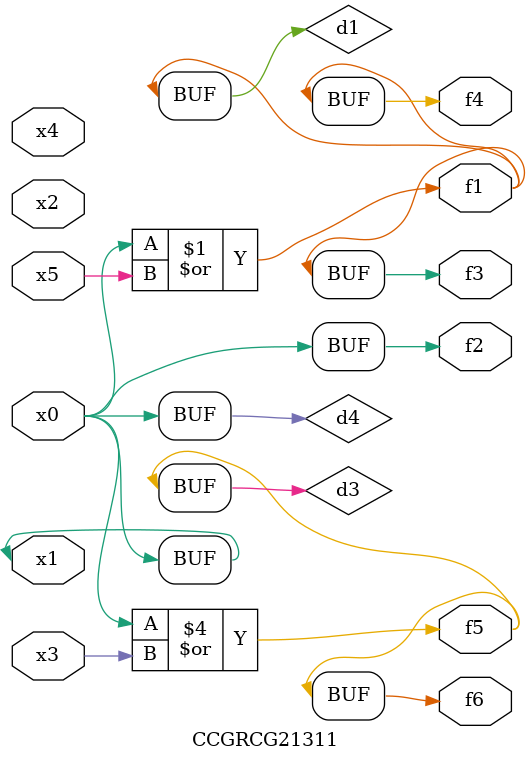
<source format=v>
module CCGRCG21311(
	input x0, x1, x2, x3, x4, x5,
	output f1, f2, f3, f4, f5, f6
);

	wire d1, d2, d3, d4;

	or (d1, x0, x5);
	xnor (d2, x1, x4);
	or (d3, x0, x3);
	buf (d4, x0, x1);
	assign f1 = d1;
	assign f2 = d4;
	assign f3 = d1;
	assign f4 = d1;
	assign f5 = d3;
	assign f6 = d3;
endmodule

</source>
